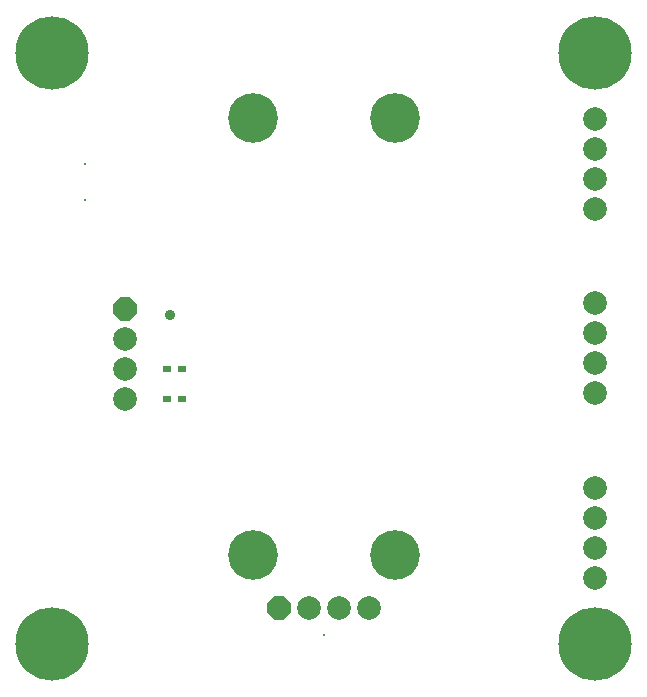
<source format=gbs>
G04 Layer_Color=16711935*
%FSLAX44Y44*%
%MOMM*%
G71*
G01*
G75*
G04:AMPARAMS|DCode=30|XSize=0.2032mm|YSize=0.2032mm|CornerRadius=0mm|HoleSize=0mm|Usage=FLASHONLY|Rotation=0.000|XOffset=0mm|YOffset=0mm|HoleType=Round|Shape=RoundedRectangle|*
%AMROUNDEDRECTD30*
21,1,0.2032,0.2032,0,0,0.0*
21,1,0.2032,0.2032,0,0,0.0*
1,1,0.0000,0.1016,-0.1016*
1,1,0.0000,-0.1016,-0.1016*
1,1,0.0000,-0.1016,0.1016*
1,1,0.0000,0.1016,0.1016*
%
%ADD30ROUNDEDRECTD30*%
%ADD31P,2.1683X8X22.5*%
%ADD32C,2.0032*%
%ADD33C,0.2032*%
%ADD34P,2.1683X8X292.5*%
%ADD35C,4.2032*%
%ADD36C,6.2032*%
%ADD37C,0.9032*%
%ADD38R,0.7032X0.6032*%
D30*
X275000Y57200D02*
D03*
D31*
X236900Y80000D02*
D03*
D32*
X262300D02*
D03*
X287700D02*
D03*
X313100D02*
D03*
X504500Y156470D02*
D03*
Y131070D02*
D03*
Y105670D02*
D03*
Y181870D02*
D03*
Y312720D02*
D03*
Y287320D02*
D03*
Y261920D02*
D03*
Y338120D02*
D03*
X107000Y257150D02*
D03*
Y282550D02*
D03*
Y307950D02*
D03*
X504500Y468920D02*
D03*
Y443520D02*
D03*
Y418120D02*
D03*
Y494320D02*
D03*
D33*
X72480Y455850D02*
D03*
Y425850D02*
D03*
D34*
X107000Y333350D02*
D03*
D35*
X335000Y125000D02*
D03*
X215000D02*
D03*
X335000Y495000D02*
D03*
X215000D02*
D03*
D36*
X505000Y50000D02*
D03*
X45000D02*
D03*
Y550000D02*
D03*
X505000D02*
D03*
D37*
X145000Y328000D02*
D03*
D38*
X155000Y257000D02*
D03*
X142000D02*
D03*
X155250Y282250D02*
D03*
X142250D02*
D03*
M02*

</source>
